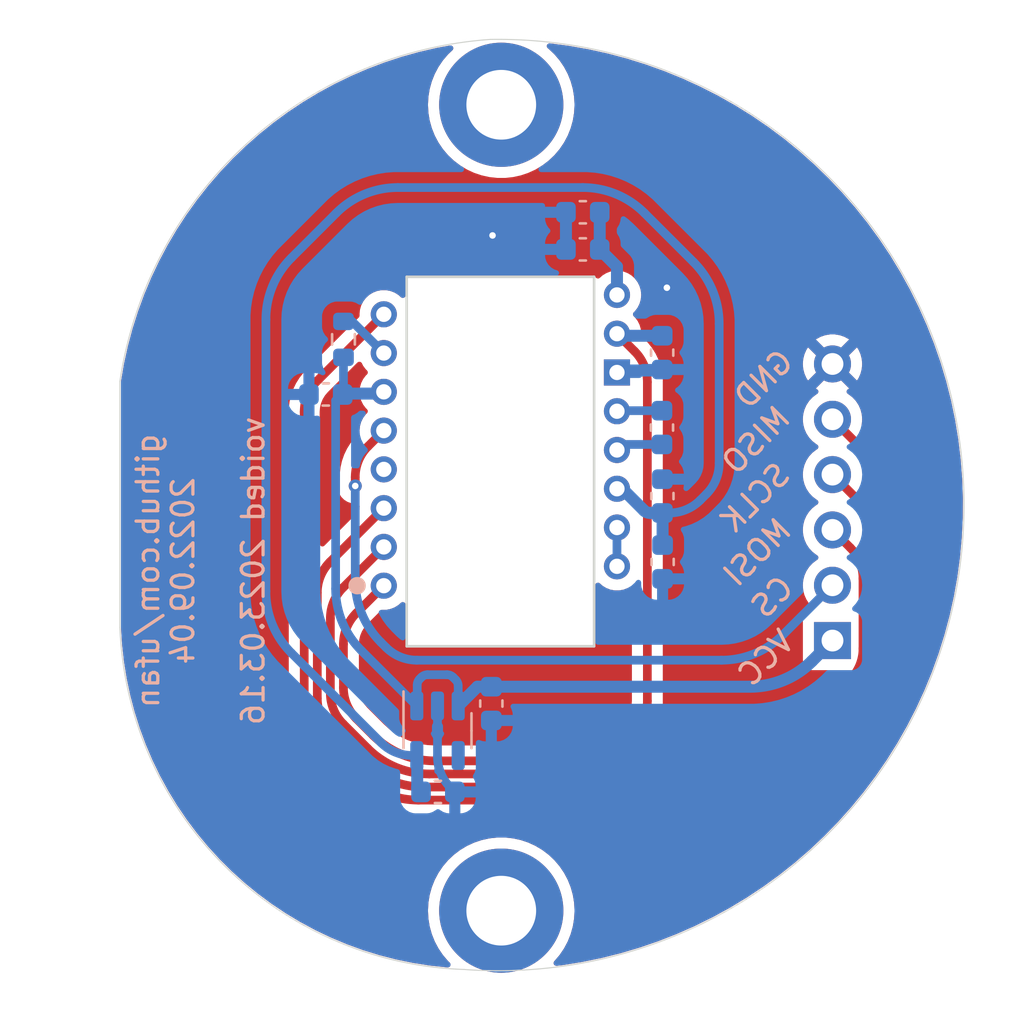
<source format=kicad_pcb>
(kicad_pcb (version 20240108) (generator "pcbnew") (generator_version "8.0")
  (layers (0 "F.Cu" signal) (31 "B.Cu" signal) (34 "B.Paste" user) (35 "F.Paste" user) (36 "B.SilkS" user "B.Silkscreen") (37 "F.SilkS" user "F.Silkscreen") (38 "B.Mask" user) (39 "F.Mask" user) (44 "Edge.Cuts" user))
  (net 0 "")
  (net 1 "GND")
  (net 2 "Net-(U2-+VCSEL)")
  (net 3 "+1V8")
  (net 4 "VCC")
  (net 5 "Net-(U2-CN)")
  (net 6 "Net-(U2-CP)")
  (net 7 "Net-(U2-VCP)")
  (net 8 "MOTION")
  (net 9 "NCS")
  (net 10 "SCLK")
  (net 11 "SDIO")
  (net 12 "Net-(U2-NRESET)")
  (net 15 "Net-(U2--VCSEL)")
  (footprint "MountingHole:MountingHole_3.2mm_M3_ISO7380_Pad" (layer "F.Cu") (at 81.6 129.2)
    (property "Reference" "H2" (hide yes))
    (property "Value" "MountingHole")
    (pad "1" thru_hole circle (at 0 0) (size 5.7 5.7) (drill 3.2) (layers "*.Cu" "*.Mask"))
  )
  (footprint "Connector_PinHeader_2.54mm:PinHeader_1x06_P2.54mm_Vertical" (layer "F.Cu") (at 96.8 116.8 180)
    (property "Reference" "J1" (hide yes))
    (property "Value" "Conn_01x06" (hide yes))
    (pad "1" thru_hole rect (at 0 0 180) (size 1.7 1.7) (drill 1) (layers "*.Cu" "*.Mask") (net 4 "VCC"))
    (pad "2" thru_hole oval (at 0 2.54 180) (size 1.7 1.7) (drill 1) (layers "*.Cu" "*.Mask") (net 9 "NCS"))
    (pad "3" thru_hole oval (at 0 5.08 180) (size 1.7 1.7) (drill 1) (layers "*.Cu" "*.Mask") (net 11 "SDIO"))
    (pad "4" thru_hole oval (at 0 7.62 180) (size 1.7 1.7) (drill 1) (layers "*.Cu" "*.Mask") (net 10 "SCLK"))
    (pad "5" thru_hole oval (at 0 10.16 180) (size 1.7 1.7) (drill 1) (layers "*.Cu" "*.Mask") (net 8 "MOTION"))
    (pad "6" thru_hole circle (at 0 12.7 180) (size 1.7 1.7) (drill 1) (layers "*.Cu" "*.Mask") (net 1 "GND"))
  )
  (footprint "MountingHole:MountingHole_3.2mm_M3_ISO7380_Pad" (layer "F.Cu") (at 81.6 92.2)
    (property "Reference" "H1" (hide yes))
    (property "Value" "MountingHole")
    (pad "1" thru_hole circle (at 0 0) (size 5.7 5.7) (drill 3.2) (layers "*.Cu" "*.Mask"))
  )
  (footprint "Package_TO_SOT_SMD:SOT-23-5" (layer "B.Cu") (at 78.674 120.9375 -90)
    (property "Reference" "U1" (hide yes))
    (property "Value" "TLV74318PDBVR")
    (fp_line (start 0 1.56) (end -1.8 1.56) (stroke (width 0.12)) (layer "B.SilkS"))
    (fp_line (start 0 1.56) (end 0.8 1.56) (stroke (width 0.12)) (layer "B.SilkS"))
    (fp_line (start 0 -1.56) (end -0.8 -1.56) (stroke (width 0.12)) (layer "B.SilkS"))
    (fp_line (start 0 -1.56) (end 0.8 -1.56) (stroke (width 0.12)) (layer "B.SilkS"))
    (pad "1" smd roundrect (at -1.1375 0.95 270) (size 1.325 0.6) (layers "B.Cu" "B.Paste" "B.Mask") (net 4 "VCC"))
    (pad "2" smd roundrect (at -1.1375 0 270) (size 1.325 0.6) (layers "B.Cu" "B.Paste" "B.Mask") (net 1 "GND"))
    (pad "3" smd roundrect (at -1.1375 -0.95 270) (size 1.325 0.6) (layers "B.Cu" "B.Paste" "B.Mask") (net 4 "VCC"))
    (pad "4" smd roundrect (at 1.1375 -0.95 270) (size 1.325 0.6) (layers "B.Cu" "B.Paste" "B.Mask"))
    (pad "5" smd roundrect (at 1.1375 0.95 270) (size 1.325 0.6) (layers "B.Cu" "B.Paste" "B.Mask") (net 3 "+1V8"))
  )
  (footprint "Capacitor_SMD:C_0603_1608Metric" (layer "B.Cu") (at 89.004 113.19 -90)
    (property "Reference" "C3" (hide yes))
    (property "Value" "3.3u/16V")
    (fp_line (start -0.14058 0.51) (end 0.14058 0.51) (stroke (width 0.12)) (layer "B.SilkS"))
    (fp_line (start -0.14058 -0.51) (end 0.14058 -0.51) (stroke (width 0.12)) (layer "B.SilkS"))
    (pad "1" smd roundrect (at -0.775 0 270) (size 0.9 0.95) (layers "B.Cu" "B.Paste" "B.Mask") (net 3 "+1V8"))
    (pad "2" smd roundrect (at 0.775 0 270) (size 0.9 0.95) (layers "B.Cu" "B.Paste" "B.Mask") (net 1 "GND"))
  )
  (footprint "Capacitor_SMD:C_0603_1608Metric" (layer "B.Cu") (at 88.994 110.165 90)
    (property "Reference" "C2" (hide yes))
    (property "Value" "100n")
    (fp_line (start -0.14058 -0.51) (end 0.14058 -0.51) (stroke (width 0.12)) (layer "B.SilkS"))
    (fp_line (start -0.14058 0.51) (end 0.14058 0.51) (stroke (width 0.12)) (layer "B.SilkS"))
    (pad "1" smd roundrect (at -0.775 0 90) (size 0.9 0.95) (layers "B.Cu" "B.Paste" "B.Mask") (net 3 "+1V8"))
    (pad "2" smd roundrect (at 0.775 0 90) (size 0.9 0.95) (layers "B.Cu" "B.Paste" "B.Mask") (net 1 "GND"))
  )
  (footprint "Capacitor_SMD:C_0603_1608Metric" (layer "B.Cu") (at 73.55 105.5 180)
    (property "Reference" "C7" (hide yes))
    (property "Value" "100n")
    (fp_line (start -0.14058 0.51) (end 0.14058 0.51) (stroke (width 0.12)) (layer "B.SilkS"))
    (fp_line (start -0.14058 -0.51) (end 0.14058 -0.51) (stroke (width 0.12)) (layer "B.SilkS"))
    (pad "1" smd roundrect (at -0.775 0 180) (size 0.9 0.95) (layers "B.Cu" "B.Paste" "B.Mask") (net 4 "VCC"))
    (pad "2" smd roundrect (at 0.775 0 180) (size 0.9 0.95) (layers "B.Cu" "B.Paste" "B.Mask") (net 1 "GND"))
  )
  (footprint "mylib:PMW3610" (layer "B.Cu") (at 76.21 114.28)
    (property "Reference" "U2" (hide yes))
    (property "Value" "PMW3610")
    (fp_circle (center -1.225 0) (end -1.025 0) (stroke (width 0.4)) (fill none) (layer "B.SilkS"))
    (fp_line (start 1.05 -14.18) (end 9.65 -14.18) (stroke (width 0.12)) (layer "Edge.Cuts"))
    (fp_line (start 1.05 2.78) (end 1.05 -14.18) (stroke (width 0.12)) (layer "Edge.Cuts"))
    (fp_line (start 1.05 2.78) (end 9.65 2.78) (stroke (width 0.12)) (layer "Edge.Cuts"))
    (fp_line (start 9.65 2.78) (end 9.65 -14.18) (stroke (width 0.12)) (layer "Edge.Cuts"))
    (pad "1" thru_hole circle (at 0 0) (size 1.2 1.2) (drill 0.7) (layers "*.Cu" "*.Mask") (net 2 "Net-(U2-+VCSEL)"))
    (pad "2" thru_hole circle (at 0 -1.78) (size 1.2 1.2) (drill 0.7) (layers "*.Cu" "*.Mask") (net 11 "SDIO"))
    (pad "3" thru_hole circle (at 0 -3.56) (size 1.2 1.2) (drill 0.7) (layers "*.Cu" "*.Mask") (net 10 "SCLK"))
    (pad "4" thru_hole circle (at 0 -5.34) (size 1.2 1.2) (drill 0.7) (layers "*.Cu" "*.Mask"))
    (pad "5" thru_hole circle (at 0 -7.12) (size 1.2 1.2) (drill 0.7) (layers "*.Cu" "*.Mask") (net 9 "NCS"))
    (pad "6" thru_hole circle (at 0 -8.9) (size 1.2 1.2) (drill 0.7) (layers "*.Cu" "*.Mask") (net 4 "VCC"))
    (pad "7" thru_hole circle (at 0 -10.68) (size 1.2 1.2) (drill 0.7) (layers "*.Cu" "*.Mask") (net 12 "Net-(U2-NRESET)"))
    (pad "8" thru_hole circle (at 0 -12.46) (size 1.2 1.2) (drill 0.7) (layers "*.Cu" "*.Mask") (net 8 "MOTION"))
    (pad "9" thru_hole circle (at 10.7 -13.35) (size 1.2 1.2) (drill 0.7) (layers "*.Cu" "*.Mask") (net 7 "Net-(U2-VCP)"))
    (pad "10" thru_hole circle (at 10.7 -11.57) (size 1.2 1.2) (drill 0.7) (layers "*.Cu" "*.Mask") (net 2 "Net-(U2-+VCSEL)"))
    (pad "11" thru_hole rect (at 10.7 -9.79) (size 1.2 1.2) (drill 0.7) (layers "*.Cu" "*.Mask") (net 1 "GND"))
    (pad "12" thru_hole circle (at 10.7 -8.01) (size 1.2 1.2) (drill 0.7) (layers "*.Cu" "*.Mask") (net 6 "Net-(U2-CP)"))
    (pad "13" thru_hole circle (at 10.7 -6.23) (size 1.2 1.2) (drill 0.7) (layers "*.Cu" "*.Mask") (net 5 "Net-(U2-CN)"))
    (pad "14" thru_hole circle (at 10.7 -4.45) (size 1.2 1.2) (drill 0.7) (layers "*.Cu" "*.Mask") (net 3 "+1V8"))
    (pad "15" thru_hole circle (at 10.7 -2.67) (size 1.2 1.2) (drill 0.7) (layers "*.Cu" "*.Mask") (net 15 "Net-(U2--VCSEL)"))
    (pad "16" thru_hole circle (at 10.7 -0.89) (size 1.2 1.2) (drill 0.7) (layers "*.Cu" "*.Mask") (net 15 "Net-(U2--VCSEL)"))
  )
  (footprint "Capacitor_SMD:C_0603_1608Metric" (layer "B.Cu") (at 88.984 103.58 -90)
    (property "Reference" "C1" (hide yes))
    (property "Value" "10n")
    (fp_line (start -0.14058 0.51) (end 0.14058 0.51) (stroke (width 0.12)) (layer "B.SilkS"))
    (fp_line (start -0.14058 -0.51) (end 0.14058 -0.51) (stroke (width 0.12)) (layer "B.SilkS"))
    (pad "1" smd roundrect (at -0.775 0 270) (size 0.9 0.95) (layers "B.Cu" "B.Paste" "B.Mask") (net 2 "Net-(U2-+VCSEL)"))
    (pad "2" smd roundrect (at 0.775 0 270) (size 0.9 0.95) (layers "B.Cu" "B.Paste" "B.Mask") (net 1 "GND"))
  )
  (footprint "Capacitor_SMD:C_0603_1608Metric" (layer "B.Cu") (at 85.344 98.84 180)
    (property "Reference" "C8" (hide yes))
    (property "Value" "10u (X7R)")
    (fp_line (start -0.14058 0.51) (end 0.14058 0.51) (stroke (width 0.12)) (layer "B.SilkS"))
    (fp_line (start -0.14058 -0.51) (end 0.14058 -0.51) (stroke (width 0.12)) (layer "B.SilkS"))
    (pad "1" smd roundrect (at -0.775 0 180) (size 0.9 0.95) (layers "B.Cu" "B.Paste" "B.Mask") (net 7 "Net-(U2-VCP)"))
    (pad "2" smd roundrect (at 0.775 0 180) (size 0.9 0.95) (layers "B.Cu" "B.Paste" "B.Mask") (net 1 "GND"))
  )
  (footprint "Capacitor_SMD:C_0603_1608Metric" (layer "B.Cu") (at 81.144 119.6925 90)
    (property "Reference" "C4" (hide yes))
    (property "Value" "1u" (hide yes))
    (fp_line (start -0.14058 -0.51) (end 0.14058 -0.51) (stroke (width 0.12)) (layer "B.SilkS"))
    (fp_line (start -0.14058 0.51) (end 0.14058 0.51) (stroke (width 0.12)) (layer "B.SilkS"))
    (pad "1" smd roundrect (at -0.775 0 90) (size 0.9 0.95) (layers "B.Cu" "B.Paste" "B.Mask") (net 1 "GND"))
    (pad "2" smd roundrect (at 0.775 0 90) (size 0.9 0.95) (layers "B.Cu" "B.Paste" "B.Mask") (net 4 "VCC"))
  )
  (footprint "Capacitor_SMD:C_0603_1608Metric" (layer "B.Cu") (at 88.974 107.02 90)
    (property "Reference" "C6" (hide yes))
    (property "Value" "100n (X7R)")
    (fp_line (start -0.14058 -0.51) (end 0.14058 -0.51) (stroke (width 0.12)) (layer "B.SilkS"))
    (fp_line (start -0.14058 0.51) (end 0.14058 0.51) (stroke (width 0.12)) (layer "B.SilkS"))
    (pad "1" smd roundrect (at -0.775 0 90) (size 0.9 0.95) (layers "B.Cu" "B.Paste" "B.Mask") (net 5 "Net-(U2-CN)"))
    (pad "2" smd roundrect (at 0.775 0 90) (size 0.9 0.95) (layers "B.Cu" "B.Paste" "B.Mask") (net 6 "Net-(U2-CP)"))
  )
  (footprint "Capacitor_SMD:C_0603_1608Metric" (layer "B.Cu") (at 85.344 97.136 180)
    (property "Reference" "C9" (hide yes))
    (property "Value" "10n (X7R)")
    (fp_line (start -0.14058 0.51) (end 0.14058 0.51) (stroke (width 0.12)) (layer "B.SilkS"))
    (fp_line (start -0.14058 -0.51) (end 0.14058 -0.51) (stroke (width 0.12)) (layer "B.SilkS"))
    (pad "1" smd roundrect (at -0.775 0 180) (size 0.9 0.95) (layers "B.Cu" "B.Paste" "B.Mask") (net 7 "Net-(U2-VCP)"))
    (pad "2" smd roundrect (at 0.775 0 180) (size 0.9 0.95) (layers "B.Cu" "B.Paste" "B.Mask") (net 1 "GND"))
  )
  (footprint "Resistor_SMD:R_0603_1608Metric" (layer "B.Cu") (at 74.36 102.97 -90)
    (property "Reference" "R1" (hide yes))
    (property "Value" "2M" (hide yes))
    (fp_line (start -0.237258 0.5225) (end 0.237258 0.5225) (stroke (width 0.12)) (layer "B.SilkS"))
    (fp_line (start -0.237258 -0.5225) (end 0.237258 -0.5225) (stroke (width 0.12)) (layer "B.SilkS"))
    (pad "1" smd roundrect (at -0.825 0 270) (size 0.8 0.95) (layers "B.Cu" "B.Paste" "B.Mask") (net 12 "Net-(U2-NRESET)"))
    (pad "2" smd roundrect (at 0.825 0 270) (size 0.8 0.95) (layers "B.Cu" "B.Paste" "B.Mask") (net 4 "VCC"))
  )
  (footprint "Capacitor_SMD:C_0603_1608Metric" (layer "B.Cu") (at 78.694 123.7475)
    (property "Reference" "C5" (hide yes))
    (property "Value" "1u" (hide yes))
    (fp_line (start -0.14058 -0.51) (end 0.14058 -0.51) (stroke (width 0.12)) (layer "B.SilkS"))
    (fp_line (start -0.14058 0.51) (end 0.14058 0.51) (stroke (width 0.12)) (layer "B.SilkS"))
    (pad "1" smd roundrect (at -0.775 0) (size 0.9 0.95) (layers "B.Cu" "B.Paste" "B.Mask") (net 3 "+1V8"))
    (pad "2" smd roundrect (at 0.775 0) (size 0.9 0.95) (layers "B.Cu" "B.Paste" "B.Mask") (net 1 "GND"))
  )
  (gr_arc (start 79.9 131.9) (mid 68.917172 127.152463) (end 64.099999 116.2) (stroke (width 0.05)) (layer "Edge.Cuts"))
  (gr_line (start 64.1 116.2) (end 64.1 104.9) (stroke (width 0.05)) (layer "Edge.Cuts"))
  (gr_arc (start 64.1 104.9) (mid 69.841085 94.062641) (end 81.1 89.200001) (stroke (width 0.05)) (layer "Edge.Cuts"))
  (gr_arc (start 81.1 89.2) (mid 102.82616 111.177433) (end 79.9 131.899999) (stroke (width 0.05)) (layer "Edge.Cuts"))
  (gr_text "MISO" (at 93.3 107.6 45) (layer "B.SilkS") (effects (font (size 1 1)) (justify mirror)))
  (gr_text "SCLK" (at 93.25 110.25 45) (layer "B.SilkS") (effects (font (size 1 1)) (justify mirror)))
  (gr_text "GND" (at 93.65 104.8 45) (layer "B.SilkS") (effects (font (size 1 1)) (justify mirror)))
  (gr_text "CS" (at 94.05 114.8 45) (layer "B.SilkS") (effects (font (size 1 1)) (justify mirror)))
  (gr_text "github.com/ufan\n2022.09.04\n\nvoided 2023.03.16" (at 67.8 113.6 90) (layer "B.SilkS") (effects (font (size 1 1)) (justify mirror)))
  (gr_text "MOSI" (at 93.35 112.75 45) (layer "B.SilkS") (effects (font (size 1 1)) (justify mirror)))
  (gr_text "VCC" (at 93.75 117.6 45) (layer "B.SilkS") (effects (font (size 1 1)) (justify mirror)))
  (via (at 81.2 98.2) (size 0.6) (drill 0.3) (layers "F.Cu" "B.Cu") (net 1))
  (via (at 89.2 100.6) (size 0.6) (drill 0.3) (layers "F.Cu" "B.Cu") (net 1))
  (segment (start 78.674 122.124073) (end 78.674 119.38) (width 0.4) (layer "B.Cu") (net 1))
  (segment (start 87.09 104.4) (end 88.939 104.4) (width 0.55) (layer "B.Cu") (net 1))
  (segment (start 87.045 104.355) (end 87.09 104.4) (width 0.55) (layer "B.Cu") (net 1))
  (segment (start 79.469 123.7475) (end 79.259786 123.538286) (width 0.4) (layer "B.Cu") (net 1))
  (segment (start 84.569 97.39) (end 84.569 98.84) (width 0.55) (layer "B.Cu") (net 1))
  (segment (start 88.939 104.4) (end 88.984 104.355) (width 0.55) (layer "B.Cu") (net 1))
  (arc (start 78.674 122.124073) (mid 78.826241 122.88944) (end 79.259786 123.538286) (width 0.4) (layer "B.Cu") (net 1))
  (segment (start 78.548892 122.32351) (end 85.548063 122.32351) (width 0.4) (layer "F.Cu") (net 2))
  (segment (start 88.304 119.567573) (end 88.304 104.932427) (width 0.4) (layer "F.Cu") (net 2))
  (segment (start 76.21 114.28) (end 74.943786 115.546214) (width 0.4) (layer "F.Cu") (net 2))
  (segment (start 74.943787 120.375259) (end 75.720465 121.151937) (width 0.4) (layer "F.Cu") (net 2))
  (segment (start 86.962277 121.737723) (end 87.718214 120.981786) (width 0.4) (layer "F.Cu") (net 2))
  (segment (start 74.358 116.960427) (end 74.358 118.961045) (width 0.4) (layer "F.Cu") (net 2))
  (segment (start 87.718213 103.518213) (end 86.91 102.71) (width 0.4) (layer "F.Cu") (net 2))
  (arc (start 74.943786 115.546214) (mid 74.510241 116.19506) (end 74.358 116.960427) (width 0.4) (layer "F.Cu") (net 2))
  (arc (start 87.718214 120.981786) (mid 88.151759 120.33294) (end 88.304 119.567573) (width 0.4) (layer "F.Cu") (net 2))
  (arc (start 75.720465 121.151937) (mid 77.018158 122.019028) (end 78.548892 122.32351) (width 0.4) (layer "F.Cu") (net 2))
  (arc (start 74.943787 120.375259) (mid 74.510241 119.726412) (end 74.358 118.961045) (width 0.4) (layer "F.Cu") (net 2))
  (arc (start 87.718213 103.518213) (mid 88.151759 104.16706) (end 88.304 104.932427) (width 0.4) (layer "F.Cu") (net 2))
  (arc (start 86.962277 121.737723) (mid 86.31343 122.171269) (end 85.548063 122.32351) (width 0.4) (layer "F.Cu") (net 2))
  (segment (start 87.005 102.805) (end 88.984 102.805) (width 0.55) (layer "B.Cu") (net 2))
  (segment (start 91.6 108.656253) (end 91.6 102.256854) (width 0.4) (layer "B.Cu") (net 3))
  (segment (start 74.028427 97.171573) (end 71.971573 99.228427) (width 0.4) (layer "B.Cu") (net 3))
  (segment (start 88.994 110.94) (end 89.316253 110.94) (width 0.4) (layer "B.Cu") (net 3))
  (segment (start 87.154 109.83) (end 88.146843 110.822843) (width 0.55) (layer "B.Cu") (net 3))
  (segment (start 88.429685 110.94) (end 88.994 110.94) (width 0.55) (layer "B.Cu") (net 3))
  (segment (start 70.8 102.056854) (end 70.8 114.543146) (width 0.4) (layer "B.Cu") (net 3))
  (segment (start 77.744 122.1675) (end 77.744 123.5725) (width 0.55) (layer "B.Cu") (net 3))
  (segment (start 90.730467 110.354213) (end 91.014214 110.070466) (width 0.4) (layer "B.Cu") (net 3))
  (segment (start 89.004 112.415) (end 89.004 110.95) (width 0.55) (layer "B.Cu") (net 3))
  (segment (start 71.971573 117.371573) (end 76.089214 121.489214) (width 0.4) (layer "B.Cu") (net 3))
  (segment (start 85.343146 96) (end 76.856854 96) (width 0.4) (layer "B.Cu") (net 3))
  (segment (start 90.428427 99.428427) (end 88.171573 97.171573) (width 0.4) (layer "B.Cu") (net 3))
  (segment (start 77.503427 122.075) (end 77.724 122.075) (width 0.4) (layer "B.Cu") (net 3))
  (arc (start 77.503427 122.075) (mid 76.73806 121.922759) (end 76.089214 121.489214) (width 0.4) (layer "B.Cu") (net 3))
  (arc (start 89.316253 110.94) (mid 90.08162 110.787759) (end 90.730467 110.354213) (width 0.4) (layer "B.Cu") (net 3))
  (arc (start 76.856854 96) (mid 75.32612 96.304482) (end 74.028427 97.171573) (width 0.4) (layer "B.Cu") (net 3))
  (arc (start 88.146843 110.822843) (mid 88.276612 110.909552) (end 88.429685 110.94) (width 0.55) (layer "B.Cu") (net 3))
  (arc (start 70.8 102.056854) (mid 71.104482 100.52612) (end 71.971573 99.228427) (width 0.4) (layer "B.Cu") (net 3))
  (arc (start 91.6 108.656253) (mid 91.447759 109.42162) (end 91.014214 110.070466) (width 0.4) (layer "B.Cu") (net 3))
  (arc (start 85.343146 96) (mid 86.87388 96.304482) (end 88.171573 97.171573) (width 0.4) (layer "B.Cu") (net 3))
  (arc (start 91.6 102.256854) (mid 91.295518 100.72612) (end 90.428427 99.428427) (width 0.4) (layer "B.Cu") (net 3))
  (arc (start 70.8 114.543146) (mid 71.104482 116.07388) (end 71.971573 117.371573) (width 0.4) (layer "B.Cu") (net 3))
  (segment (start 96.8 116.8) (end 95.854073 117.745927) (width 0.55) (layer "B.Cu") (net 4))
  (segment (start 78.219685 118.3675) (end 79.108315 118.3675) (width 0.4) (layer "B.Cu") (net 4))
  (segment (start 79.624 118.883185) (end 79.624 119.38) (width 0.4) (layer "B.Cu") (net 4))
  (segment (start 77.744 119.36) (end 77.744 118.843185) (width 0.4) (layer "B.Cu") (net 4))
  (segment (start 74.324 105.46) (end 74 105.784) (width 0.4) (layer "B.Cu") (net 4))
  (segment (start 74 105.784) (end 74 114.419146) (width 0.4) (layer "B.Cu") (net 4))
  (segment (start 79.624 119.8) (end 80.5065 118.9175) (width 0.55) (layer "B.Cu") (net 4))
  (segment (start 75.171573 117.247573) (end 77.724 119.8) (width 0.4) (layer "B.Cu") (net 4))
  (segment (start 93.025646 118.9175) (end 81.144 118.9175) (width 0.55) (layer "B.Cu") (net 4))
  (segment (start 77.861158 118.560342) (end 77.936843 118.484657) (width 0.4) (layer "B.Cu") (net 4))
  (segment (start 74.36 103.795) (end 74.36 105.424) (width 0.4) (layer "B.Cu") (net 4))
  (segment (start 74.324 105.46) (end 76.13 105.46) (width 0.55) (layer "B.Cu") (net 4))
  (segment (start 80.5065 118.9175) (end 81.144 118.9175) (width 0.55) (layer "B.Cu") (net 4))
  (segment (start 79.391158 118.484658) (end 79.506843 118.600343) (width 0.4) (layer "B.Cu") (net 4))
  (arc (start 77.936843 118.484657) (mid 78.066612 118.397948) (end 78.219685 118.3675) (width 0.4) (layer "B.Cu") (net 4))
  (arc (start 93.025646 118.9175) (mid 94.55638 118.613018) (end 95.854073 117.745927) (width 0.55) (layer "B.Cu") (net 4))
  (arc (start 79.506843 118.600343) (mid 79.593552 118.730112) (end 79.624 118.883185) (width 0.4) (layer "B.Cu") (net 4))
  (arc (start 77.744 118.843185) (mid 77.774448 118.690111) (end 77.861158 118.560342) (width 0.4) (layer "B.Cu") (net 4))
  (arc (start 79.391158 118.484658) (mid 79.261389 118.397949) (end 79.108315 118.3675) (width 0.4) (layer "B.Cu") (net 4))
  (arc (start 74 114.419146) (mid 74.304482 115.94988) (end 75.171573 117.247573) (width 0.4) (layer "B.Cu") (net 4))
  (segment (start 87.165 107.795) (end 88.974 107.795) (width 0.4) (layer "B.Cu") (net 5))
  (segment (start 86.935 106.245) (end 88.974 106.245) (width 0.4) (layer "B.Cu") (net 6))
  (segment (start 86.119 98.84) (end 86.91 99.631) (width 0.55) (layer "B.Cu") (net 7))
  (segment (start 86.119 97.39) (end 86.119 98.84) (width 0.55) (layer "B.Cu") (net 7))
  (segment (start 86.91 99.631) (end 86.91 100.93) (width 0.55) (layer "B.Cu") (net 7))
  (segment (start 77.803308 124.12351) (end 92.116692 124.12351) (width 0.4) (layer "F.Cu") (net 8))
  (segment (start 98.814213 108.654213) (end 96.8 106.64) (width 0.4) (layer "F.Cu") (net 8))
  (segment (start 72.558 106.300427) (end 72.558 119.706629) (width 0.4) (layer "F.Cu") (net 8))
  (segment (start 73.143787 121.120843) (end 74.974881 122.951937) (width 0.4) (layer "F.Cu") (net 8))
  (segment (start 94.945119 122.951937) (end 98.814214 119.082842) (width 0.4) (layer "F.Cu") (net 8))
  (segment (start 76.21 101.82) (end 73.143786 104.886214) (width 0.4) (layer "F.Cu") (net 8))
  (segment (start 99.4 117.668629) (end 99.4 110.068427) (width 0.4) (layer "F.Cu") (net 8))
  (arc (start 92.116692 124.12351) (mid 93.647426 123.819028) (end 94.945119 122.951937) (width 0.4) (layer "F.Cu") (net 8))
  (arc (start 99.4 117.668629) (mid 99.247759 118.433996) (end 98.814214 119.082842) (width 0.4) (layer "F.Cu") (net 8))
  (arc (start 99.4 110.068427) (mid 99.247759 109.30306) (end 98.814213 108.654213) (width 0.4) (layer "F.Cu") (net 8))
  (arc (start 73.143787 121.120843) (mid 72.710241 120.471996) (end 72.558 119.706629) (width 0.4) (layer "F.Cu") (net 8))
  (arc (start 74.974881 122.951937) (mid 76.272574 123.819028) (end 77.803308 124.12351) (width 0.4) (layer "F.Cu") (net 8))
  (arc (start 73.143786 104.886214) (mid 72.710241 105.53506) (end 72.558 106.300427) (width 0.4) (layer "F.Cu") (net 8))
  (segment (start 75.485787 107.884213) (end 76.21 107.16) (width 0.4) (layer "F.Cu") (net 9))
  (segment (start 74.9 109.7) (end 74.9 109.298427) (width 0.4) (layer "F.Cu") (net 9))
  (via (at 74.9 109.7) (size 0.6) (drill 0.3) (layers "F.Cu" "B.Cu") (net 9))
  (arc (start 75.485787 107.884213) (mid 75.052241 108.53306) (end 74.9 109.298427) (width 0.4) (layer "F.Cu") (net 9))
  (segment (start 94.531573 116.528427) (end 96.8 114.26) (width 0.4) (layer "B.Cu") (net 9))
  (segment (start 76.071573 116.871573) (end 76.314214 117.114214) (width 0.4) (layer "B.Cu") (net 9))
  (segment (start 77.728427 117.7) (end 91.703146 117.7) (width 0.4) (layer "B.Cu") (net 9))
  (segment (start 74.9 109.7) (end 74.9 114.043146) (width 0.4) (layer "B.Cu") (net 9))
  (arc (start 76.071573 116.871573) (mid 75.204482 115.57388) (end 74.9 114.043146) (width 0.4) (layer "B.Cu") (net 9))
  (arc (start 91.703146 117.7) (mid 93.23388 117.395518) (end 94.531573 116.528427) (width 0.4) (layer "B.Cu") (net 9))
  (arc (start 76.314214 117.114214) (mid 76.96306 117.547759) (end 77.728427 117.7) (width 0.4) (layer "B.Cu") (net 9))
  (segment (start 94.696591 122.351937) (end 98.214214 118.834314) (width 0.4) (layer "F.Cu") (net 10))
  (segment (start 76.21 110.72) (end 73.743786 113.186214) (width 0.4) (layer "F.Cu") (net 10))
  (segment (start 73.158 114.600427) (end 73.158 119.458101) (width 0.4) (layer "F.Cu") (net 10))
  (segment (start 78.051836 123.52351) (end 91.868164 123.52351) (width 0.4) (layer "F.Cu") (net 10))
  (segment (start 98.214213 110.594213) (end 96.8 109.18) (width 0.4) (layer "F.Cu") (net 10))
  (segment (start 73.743787 120.872315) (end 75.223409 122.351937) (width 0.4) (layer "F.Cu") (net 10))
  (segment (start 98.8 117.420101) (end 98.8 112.008427) (width 0.4) (layer "F.Cu") (net 10))
  (arc (start 98.8 117.420101) (mid 98.647759 118.185468) (end 98.214214 118.834314) (width 0.4) (layer "F.Cu") (net 10))
  (arc (start 94.696591 122.351937) (mid 93.398898 123.219028) (end 91.868164 123.52351) (width 0.4) (layer "F.Cu") (net 10))
  (arc (start 78.051836 123.52351) (mid 76.521102 123.219028) (end 75.223409 122.351937) (width 0.4) (layer "F.Cu") (net 10))
  (arc (start 73.743786 113.186214) (mid 73.310241 113.83506) (end 73.158 114.600427) (width 0.4) (layer "F.Cu") (net 10))
  (arc (start 98.8 112.008427) (mid 98.647759 111.24306) (end 98.214213 110.594213) (width 0.4) (layer "F.Cu") (net 10))
  (arc (start 73.158 119.458101) (mid 73.310241 120.223468) (end 73.743787 120.872315) (width 0.4) (layer "F.Cu") (net 10))
  (segment (start 74.343787 114.366213) (end 76.21 112.5) (width 0.4) (layer "F.Cu") (net 11))
  (segment (start 98.2 113.948427) (end 98.2 117.171573) (width 0.4) (layer "F.Cu") (net 11))
  (segment (start 97.614213 118.585787) (end 94.448063 121.751937) (width 0.4) (layer "F.Cu") (net 11))
  (segment (start 91.619636 122.92351) (end 78.300364 122.92351) (width 0.4) (layer "F.Cu") (net 11))
  (segment (start 73.758 119.209573) (end 73.758 115.780427) (width 0.4) (layer "F.Cu") (net 11))
  (segment (start 96.8 111.72) (end 97.614214 112.534214) (width 0.4) (layer "F.Cu") (net 11))
  (segment (start 75.471937 121.751937) (end 74.343786 120.623786) (width 0.4) (layer "F.Cu") (net 11))
  (arc (start 78.300364 122.92351) (mid 76.76963 122.619028) (end 75.471937 121.751937) (width 0.4) (layer "F.Cu") (net 11))
  (arc (start 73.758 115.780427) (mid 73.910241 115.01506) (end 74.343787 114.366213) (width 0.4) (layer "F.Cu") (net 11))
  (arc (start 73.758 119.209573) (mid 73.910241 119.97494) (end 74.343786 120.623786) (width 0.4) (layer "F.Cu") (net 11))
  (arc (start 97.614214 112.534214) (mid 98.047759 113.18306) (end 98.2 113.948427) (width 0.4) (layer "F.Cu") (net 11))
  (arc (start 98.2 117.171573) (mid 98.047759 117.93694) (end 97.614213 118.585787) (width 0.4) (layer "F.Cu") (net 11))
  (arc (start 91.619636 122.92351) (mid 93.15037 122.619028) (end 94.448063 121.751937) (width 0.4) (layer "F.Cu") (net 11))
  (segment (start 74.755 102.145) (end 76.21 103.6) (width 0.4) (layer "B.Cu") (net 12))
  (segment (start 74.36 102.145) (end 74.755 102.145) (width 0.4) (layer "B.Cu") (net 12))
  (segment (start 86.91 113.39) (end 86.91 111.61) (width 0.4) (layer "B.Cu") (net 15))
  (zone (net 1) (net_name "GND") (layers "F&B.Cu") (connect_pads (clearance 0.508)) (min_thickness 0.254) (fill yes (thermal_gap 0.508) (thermal_bridge_width 0.508) (island_removal_mode 2) (island_area_min 1))
    (polygon (pts (xy 105.6 133.39) (xy 58.598 133.39) (xy 58.598 87.39) (xy 105.598 87.39)))
  )
)
</source>
